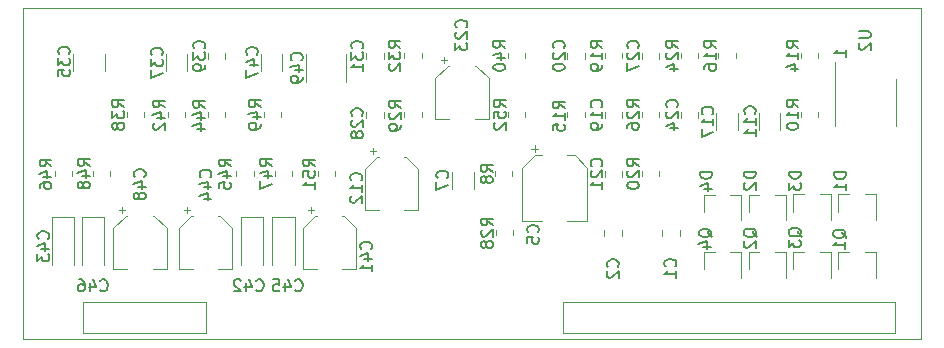
<source format=gbr>
%TF.GenerationSoftware,KiCad,Pcbnew,5.1.7-a382d34a8~87~ubuntu18.04.1*%
%TF.CreationDate,2020-10-31T20:21:00-04:00*%
%TF.ProjectId,DolbyS_NR_HIC,446f6c62-7953-45f4-9e52-5f4849432e6b,rev?*%
%TF.SameCoordinates,PXc65d400PY5d75c80*%
%TF.FileFunction,Legend,Bot*%
%TF.FilePolarity,Positive*%
%FSLAX46Y46*%
G04 Gerber Fmt 4.6, Leading zero omitted, Abs format (unit mm)*
G04 Created by KiCad (PCBNEW 5.1.7-a382d34a8~87~ubuntu18.04.1) date 2020-10-31 20:21:00*
%MOMM*%
%LPD*%
G01*
G04 APERTURE LIST*
%ADD10C,0.150000*%
%TA.AperFunction,Profile*%
%ADD11C,0.100000*%
%TD*%
%ADD12C,0.120000*%
G04 APERTURE END LIST*
D10*
X-6347620Y-3085714D02*
X-6347620Y-2514285D01*
X-6347620Y-2800000D02*
X-7347620Y-2800000D01*
X-7204762Y-2704761D01*
X-7109524Y-2609523D01*
X-7061905Y-2514285D01*
D11*
X-76000000Y-27000000D02*
X-76000000Y1000000D01*
X0Y-27000000D02*
X-76000000Y-27000000D01*
X0Y1000000D02*
X0Y-27000000D01*
X-76000000Y1000000D02*
X0Y1000000D01*
D12*
%TO.C,J1*%
X-70903500Y-23856500D02*
X-60570000Y-23856500D01*
X-70903500Y-26523500D02*
X-60553000Y-26523500D01*
X-2200000Y-23860000D02*
X-30263500Y-23856500D01*
X-30263500Y-26523500D02*
X-2200000Y-26520000D01*
X-30263500Y-23856500D02*
X-30263500Y-26523500D01*
X-60553000Y-23856500D02*
X-60553000Y-26523500D01*
X-70903500Y-23856500D02*
X-70903500Y-26523500D01*
X-2200000Y-23860000D02*
X-2200000Y-26520000D01*
%TO.C,C46*%
X-70985000Y-20762500D02*
X-70985000Y-16677500D01*
X-70985000Y-16677500D02*
X-69115000Y-16677500D01*
X-69115000Y-16677500D02*
X-69115000Y-20762500D01*
%TO.C,D1*%
X-6980000Y-14740000D02*
X-6050000Y-14740000D01*
X-3820000Y-14740000D02*
X-4750000Y-14740000D01*
X-3820000Y-14740000D02*
X-3820000Y-16900000D01*
X-6980000Y-14740000D02*
X-6980000Y-16200000D01*
%TO.C,D4*%
X-18380000Y-14762000D02*
X-17450000Y-14762000D01*
X-15220000Y-14762000D02*
X-16150000Y-14762000D01*
X-15220000Y-14762000D02*
X-15220000Y-16922000D01*
X-18380000Y-14762000D02*
X-18380000Y-16222000D01*
%TO.C,D3*%
X-10780000Y-14740000D02*
X-9850000Y-14740000D01*
X-7620000Y-14740000D02*
X-8550000Y-14740000D01*
X-7620000Y-14740000D02*
X-7620000Y-16900000D01*
X-10780000Y-14740000D02*
X-10780000Y-16200000D01*
%TO.C,D2*%
X-14580000Y-14762000D02*
X-13650000Y-14762000D01*
X-11420000Y-14762000D02*
X-12350000Y-14762000D01*
X-11420000Y-14762000D02*
X-11420000Y-16922000D01*
X-14580000Y-14762000D02*
X-14580000Y-16222000D01*
%TO.C,C47*%
X-55860000Y-2851248D02*
X-55860000Y-4273752D01*
X-54040000Y-2851248D02*
X-54040000Y-4273752D01*
%TO.C,C37*%
X-63910000Y-2851248D02*
X-63910000Y-4273752D01*
X-62090000Y-2851248D02*
X-62090000Y-4273752D01*
%TO.C,C12*%
X-42540000Y-16060000D02*
X-43740000Y-16060000D01*
X-47060000Y-16060000D02*
X-45860000Y-16060000D01*
X-47060000Y-12604437D02*
X-47060000Y-16060000D01*
X-42540000Y-12604437D02*
X-42540000Y-16060000D01*
X-43604437Y-11540000D02*
X-43740000Y-11540000D01*
X-45995563Y-11540000D02*
X-45860000Y-11540000D01*
X-45995563Y-11540000D02*
X-47060000Y-12604437D01*
X-43604437Y-11540000D02*
X-42540000Y-12604437D01*
X-46360000Y-10800000D02*
X-46360000Y-11300000D01*
X-46610000Y-11050000D02*
X-46110000Y-11050000D01*
%TO.C,U2*%
X-2113000Y-6967000D02*
X-2113000Y-8917000D01*
X-2113000Y-6967000D02*
X-2113000Y-5017000D01*
X-7233000Y-6967000D02*
X-7233000Y-8917000D01*
X-7233000Y-6967000D02*
X-7233000Y-3517000D01*
%TO.C,R52*%
X-34935000Y-7772936D02*
X-34935000Y-8227064D01*
X-33465000Y-7772936D02*
X-33465000Y-8227064D01*
%TO.C,R51*%
X-51035000Y-12772936D02*
X-51035000Y-13227064D01*
X-49565000Y-12772936D02*
X-49565000Y-13227064D01*
%TO.C,R49*%
X-55635000Y-7772936D02*
X-55635000Y-8227064D01*
X-54165000Y-7772936D02*
X-54165000Y-8227064D01*
%TO.C,R48*%
X-68625000Y-13227064D02*
X-68625000Y-12772936D01*
X-70095000Y-13227064D02*
X-70095000Y-12772936D01*
%TO.C,R47*%
X-53215000Y-13227064D02*
X-53215000Y-12772936D01*
X-54685000Y-13227064D02*
X-54685000Y-12772936D01*
%TO.C,R46*%
X-71865000Y-13227064D02*
X-71865000Y-12772936D01*
X-73335000Y-13227064D02*
X-73335000Y-12772936D01*
%TO.C,R45*%
X-57945000Y-12772936D02*
X-57945000Y-13227064D01*
X-56475000Y-12772936D02*
X-56475000Y-13227064D01*
%TO.C,R44*%
X-60335000Y-7772936D02*
X-60335000Y-8227064D01*
X-58865000Y-7772936D02*
X-58865000Y-8227064D01*
%TO.C,R42*%
X-63735000Y-7772936D02*
X-63735000Y-8227064D01*
X-62265000Y-7772936D02*
X-62265000Y-8227064D01*
%TO.C,R40*%
X-34935000Y-2772936D02*
X-34935000Y-3227064D01*
X-33465000Y-2772936D02*
X-33465000Y-3227064D01*
%TO.C,R38*%
X-65765000Y-8227064D02*
X-65765000Y-7772936D01*
X-67235000Y-8227064D02*
X-67235000Y-7772936D01*
%TO.C,R32*%
X-42265000Y-3227064D02*
X-42265000Y-2772936D01*
X-43735000Y-3227064D02*
X-43735000Y-2772936D01*
%TO.C,R29*%
X-42265000Y-8227064D02*
X-42265000Y-7772936D01*
X-43735000Y-8227064D02*
X-43735000Y-7772936D01*
%TO.C,R28*%
X-35985000Y-17772936D02*
X-35985000Y-18227064D01*
X-34515000Y-17772936D02*
X-34515000Y-18227064D01*
%TO.C,R26*%
X-22165000Y-8227064D02*
X-22165000Y-7772936D01*
X-23635000Y-8227064D02*
X-23635000Y-7772936D01*
%TO.C,R24*%
X-18865000Y-3227064D02*
X-18865000Y-2772936D01*
X-20335000Y-3227064D02*
X-20335000Y-2772936D01*
%TO.C,R20*%
X-23635000Y-12772936D02*
X-23635000Y-13227064D01*
X-22165000Y-12772936D02*
X-22165000Y-13227064D01*
%TO.C,R19*%
X-26735000Y-2772936D02*
X-26735000Y-3227064D01*
X-25265000Y-2772936D02*
X-25265000Y-3227064D01*
%TO.C,R16*%
X-17135000Y-2772936D02*
X-17135000Y-3227064D01*
X-15665000Y-2772936D02*
X-15665000Y-3227064D01*
%TO.C,R15*%
X-28465000Y-8227064D02*
X-28465000Y-7772936D01*
X-29935000Y-8227064D02*
X-29935000Y-7772936D01*
%TO.C,R14*%
X-10135000Y-2772936D02*
X-10135000Y-3227064D01*
X-8665000Y-2772936D02*
X-8665000Y-3227064D01*
%TO.C,R10*%
X-8665000Y-8227064D02*
X-8665000Y-7772936D01*
X-10135000Y-8227064D02*
X-10135000Y-7772936D01*
%TO.C,R8*%
X-36035000Y-12772936D02*
X-36035000Y-13227064D01*
X-34565000Y-12772936D02*
X-34565000Y-13227064D01*
%TO.C,Q4*%
X-18380000Y-19640000D02*
X-17450000Y-19640000D01*
X-15220000Y-19640000D02*
X-16150000Y-19640000D01*
X-15220000Y-19640000D02*
X-15220000Y-21800000D01*
X-18380000Y-19640000D02*
X-18380000Y-21100000D01*
%TO.C,Q3*%
X-10780000Y-19640000D02*
X-9850000Y-19640000D01*
X-7620000Y-19640000D02*
X-8550000Y-19640000D01*
X-7620000Y-19640000D02*
X-7620000Y-21800000D01*
X-10780000Y-19640000D02*
X-10780000Y-21100000D01*
%TO.C,Q2*%
X-14580000Y-19640000D02*
X-13650000Y-19640000D01*
X-11420000Y-19640000D02*
X-12350000Y-19640000D01*
X-11420000Y-19640000D02*
X-11420000Y-21800000D01*
X-14580000Y-19640000D02*
X-14580000Y-21100000D01*
%TO.C,Q1*%
X-6980000Y-19640000D02*
X-6050000Y-19640000D01*
X-3820000Y-19640000D02*
X-4750000Y-19640000D01*
X-3820000Y-19640000D02*
X-3820000Y-21800000D01*
X-6980000Y-19640000D02*
X-6980000Y-21100000D01*
%TO.C,C49*%
X-52060000Y-2888748D02*
X-52060000Y-5211252D01*
X-48640000Y-2888748D02*
X-48640000Y-5211252D01*
%TO.C,C48*%
X-63840000Y-21060000D02*
X-65040000Y-21060000D01*
X-68360000Y-21060000D02*
X-67160000Y-21060000D01*
X-68360000Y-17604437D02*
X-68360000Y-21060000D01*
X-63840000Y-17604437D02*
X-63840000Y-21060000D01*
X-64904437Y-16540000D02*
X-65040000Y-16540000D01*
X-67295563Y-16540000D02*
X-67160000Y-16540000D01*
X-67295563Y-16540000D02*
X-68360000Y-17604437D01*
X-64904437Y-16540000D02*
X-63840000Y-17604437D01*
X-67660000Y-15800000D02*
X-67660000Y-16300000D01*
X-67910000Y-16050000D02*
X-67410000Y-16050000D01*
%TO.C,C45*%
X-54885000Y-20762500D02*
X-54885000Y-16677500D01*
X-54885000Y-16677500D02*
X-53015000Y-16677500D01*
X-53015000Y-16677500D02*
X-53015000Y-20762500D01*
%TO.C,C44*%
X-58290000Y-21060000D02*
X-59490000Y-21060000D01*
X-62810000Y-21060000D02*
X-61610000Y-21060000D01*
X-62810000Y-17604437D02*
X-62810000Y-21060000D01*
X-58290000Y-17604437D02*
X-58290000Y-21060000D01*
X-59354437Y-16540000D02*
X-59490000Y-16540000D01*
X-61745563Y-16540000D02*
X-61610000Y-16540000D01*
X-61745563Y-16540000D02*
X-62810000Y-17604437D01*
X-59354437Y-16540000D02*
X-58290000Y-17604437D01*
X-62110000Y-15800000D02*
X-62110000Y-16300000D01*
X-62360000Y-16050000D02*
X-61860000Y-16050000D01*
%TO.C,C43*%
X-73535000Y-20762500D02*
X-73535000Y-16677500D01*
X-73535000Y-16677500D02*
X-71665000Y-16677500D01*
X-71665000Y-16677500D02*
X-71665000Y-20762500D01*
%TO.C,C42*%
X-57585000Y-20762500D02*
X-57585000Y-16677500D01*
X-57585000Y-16677500D02*
X-55715000Y-16677500D01*
X-55715000Y-16677500D02*
X-55715000Y-20762500D01*
%TO.C,C41*%
X-47790000Y-21060000D02*
X-48990000Y-21060000D01*
X-52310000Y-21060000D02*
X-51110000Y-21060000D01*
X-52310000Y-17604437D02*
X-52310000Y-21060000D01*
X-47790000Y-17604437D02*
X-47790000Y-21060000D01*
X-48854437Y-16540000D02*
X-48990000Y-16540000D01*
X-51245563Y-16540000D02*
X-51110000Y-16540000D01*
X-51245563Y-16540000D02*
X-52310000Y-17604437D01*
X-48854437Y-16540000D02*
X-47790000Y-17604437D01*
X-51610000Y-15800000D02*
X-51610000Y-16300000D01*
X-51860000Y-16050000D02*
X-51360000Y-16050000D01*
%TO.C,C39*%
X-60335000Y-2776248D02*
X-60335000Y-3298752D01*
X-58865000Y-2776248D02*
X-58865000Y-3298752D01*
%TO.C,C35*%
X-71760000Y-2851248D02*
X-71760000Y-4273752D01*
X-69040000Y-2851248D02*
X-69040000Y-4273752D01*
%TO.C,C31*%
X-46935000Y-2776248D02*
X-46935000Y-3298752D01*
X-45465000Y-2776248D02*
X-45465000Y-3298752D01*
%TO.C,C28*%
X-45465000Y-8298752D02*
X-45465000Y-7776248D01*
X-46935000Y-8298752D02*
X-46935000Y-7776248D01*
%TO.C,C27*%
X-22165000Y-3298752D02*
X-22165000Y-2776248D01*
X-23635000Y-3298752D02*
X-23635000Y-2776248D01*
%TO.C,C24*%
X-20335000Y-7776248D02*
X-20335000Y-8298752D01*
X-18865000Y-7776248D02*
X-18865000Y-8298752D01*
%TO.C,C23*%
X-36576000Y-8378000D02*
X-37776000Y-8378000D01*
X-41096000Y-8378000D02*
X-39896000Y-8378000D01*
X-41096000Y-4922437D02*
X-41096000Y-8378000D01*
X-36576000Y-4922437D02*
X-36576000Y-8378000D01*
X-37640437Y-3858000D02*
X-37776000Y-3858000D01*
X-40031563Y-3858000D02*
X-39896000Y-3858000D01*
X-40031563Y-3858000D02*
X-41096000Y-4922437D01*
X-37640437Y-3858000D02*
X-36576000Y-4922437D01*
X-40396000Y-3118000D02*
X-40396000Y-3618000D01*
X-40646000Y-3368000D02*
X-40146000Y-3368000D01*
%TO.C,C21*%
X-25265000Y-13298752D02*
X-25265000Y-12776248D01*
X-26735000Y-13298752D02*
X-26735000Y-12776248D01*
%TO.C,C20*%
X-28465000Y-3298752D02*
X-28465000Y-2776248D01*
X-29935000Y-3298752D02*
X-29935000Y-2776248D01*
%TO.C,C19*%
X-25265000Y-8298752D02*
X-25265000Y-7776248D01*
X-26735000Y-8298752D02*
X-26735000Y-7776248D01*
%TO.C,C17*%
X-15490000Y-9273752D02*
X-15490000Y-7851248D01*
X-17310000Y-9273752D02*
X-17310000Y-7851248D01*
%TO.C,C11*%
X-11890000Y-9273752D02*
X-11890000Y-7851248D01*
X-13710000Y-9273752D02*
X-13710000Y-7851248D01*
%TO.C,C7*%
X-39660000Y-12851248D02*
X-39660000Y-14273752D01*
X-37840000Y-12851248D02*
X-37840000Y-14273752D01*
%TO.C,C5*%
X-28240000Y-16960000D02*
X-29940000Y-16960000D01*
X-33760000Y-16960000D02*
X-32060000Y-16960000D01*
X-33760000Y-12504437D02*
X-33760000Y-16960000D01*
X-28240000Y-12504437D02*
X-28240000Y-16960000D01*
X-29304437Y-11440000D02*
X-29940000Y-11440000D01*
X-32695563Y-11440000D02*
X-32060000Y-11440000D01*
X-32695563Y-11440000D02*
X-33760000Y-12504437D01*
X-29304437Y-11440000D02*
X-28240000Y-12504437D01*
X-32685000Y-10575000D02*
X-32685000Y-11200000D01*
X-32997500Y-10887500D02*
X-32372500Y-10887500D01*
%TO.C,C2*%
X-25315000Y-18298752D02*
X-25315000Y-17776248D01*
X-26785000Y-18298752D02*
X-26785000Y-17776248D01*
%TO.C,C1*%
X-21885000Y-17776248D02*
X-21885000Y-18298752D01*
X-20415000Y-17776248D02*
X-20415000Y-18298752D01*
%TD*%
%TO.C,C46*%
D10*
X-69457143Y-22857142D02*
X-69409524Y-22904761D01*
X-69266667Y-22952380D01*
X-69171429Y-22952380D01*
X-69028572Y-22904761D01*
X-68933334Y-22809523D01*
X-68885715Y-22714285D01*
X-68838096Y-22523809D01*
X-68838096Y-22380952D01*
X-68885715Y-22190476D01*
X-68933334Y-22095238D01*
X-69028572Y-22000000D01*
X-69171429Y-21952380D01*
X-69266667Y-21952380D01*
X-69409524Y-22000000D01*
X-69457143Y-22047619D01*
X-70314286Y-22285714D02*
X-70314286Y-22952380D01*
X-70076191Y-21904761D02*
X-69838096Y-22619047D01*
X-70457143Y-22619047D01*
X-71266667Y-21952380D02*
X-71076191Y-21952380D01*
X-70980953Y-22000000D01*
X-70933334Y-22047619D01*
X-70838096Y-22190476D01*
X-70790477Y-22380952D01*
X-70790477Y-22761904D01*
X-70838096Y-22857142D01*
X-70885715Y-22904761D01*
X-70980953Y-22952380D01*
X-71171429Y-22952380D01*
X-71266667Y-22904761D01*
X-71314286Y-22857142D01*
X-71361905Y-22761904D01*
X-71361905Y-22523809D01*
X-71314286Y-22428571D01*
X-71266667Y-22380952D01*
X-71171429Y-22333333D01*
X-70980953Y-22333333D01*
X-70885715Y-22380952D01*
X-70838096Y-22428571D01*
X-70790477Y-22523809D01*
%TO.C,D1*%
X-6343620Y-12879904D02*
X-7343620Y-12879904D01*
X-7343620Y-13118000D01*
X-7296000Y-13260857D01*
X-7200762Y-13356095D01*
X-7105524Y-13403714D01*
X-6915048Y-13451333D01*
X-6772191Y-13451333D01*
X-6581715Y-13403714D01*
X-6486477Y-13356095D01*
X-6391239Y-13260857D01*
X-6343620Y-13118000D01*
X-6343620Y-12879904D01*
X-6343620Y-14403714D02*
X-6343620Y-13832285D01*
X-6343620Y-14118000D02*
X-7343620Y-14118000D01*
X-7200762Y-14022761D01*
X-7105524Y-13927523D01*
X-7057905Y-13832285D01*
%TO.C,D4*%
X-17669620Y-12871904D02*
X-18669620Y-12871904D01*
X-18669620Y-13110000D01*
X-18622000Y-13252857D01*
X-18526762Y-13348095D01*
X-18431524Y-13395714D01*
X-18241048Y-13443333D01*
X-18098191Y-13443333D01*
X-17907715Y-13395714D01*
X-17812477Y-13348095D01*
X-17717239Y-13252857D01*
X-17669620Y-13110000D01*
X-17669620Y-12871904D01*
X-18336286Y-14300476D02*
X-17669620Y-14300476D01*
X-18717239Y-14062380D02*
X-18002953Y-13824285D01*
X-18002953Y-14443333D01*
%TO.C,D3*%
X-10135620Y-12839904D02*
X-11135620Y-12839904D01*
X-11135620Y-13078000D01*
X-11088000Y-13220857D01*
X-10992762Y-13316095D01*
X-10897524Y-13363714D01*
X-10707048Y-13411333D01*
X-10564191Y-13411333D01*
X-10373715Y-13363714D01*
X-10278477Y-13316095D01*
X-10183239Y-13220857D01*
X-10135620Y-13078000D01*
X-10135620Y-12839904D01*
X-11135620Y-13744666D02*
X-11135620Y-14363714D01*
X-10754667Y-14030380D01*
X-10754667Y-14173238D01*
X-10707048Y-14268476D01*
X-10659429Y-14316095D01*
X-10564191Y-14363714D01*
X-10326096Y-14363714D01*
X-10230858Y-14316095D01*
X-10183239Y-14268476D01*
X-10135620Y-14173238D01*
X-10135620Y-13887523D01*
X-10183239Y-13792285D01*
X-10230858Y-13744666D01*
%TO.C,D2*%
X-13967620Y-12821904D02*
X-14967620Y-12821904D01*
X-14967620Y-13060000D01*
X-14920000Y-13202857D01*
X-14824762Y-13298095D01*
X-14729524Y-13345714D01*
X-14539048Y-13393333D01*
X-14396191Y-13393333D01*
X-14205715Y-13345714D01*
X-14110477Y-13298095D01*
X-14015239Y-13202857D01*
X-13967620Y-13060000D01*
X-13967620Y-12821904D01*
X-14872381Y-13774285D02*
X-14920000Y-13821904D01*
X-14967620Y-13917142D01*
X-14967620Y-14155238D01*
X-14920000Y-14250476D01*
X-14872381Y-14298095D01*
X-14777143Y-14345714D01*
X-14681905Y-14345714D01*
X-14539048Y-14298095D01*
X-13967620Y-13726666D01*
X-13967620Y-14345714D01*
%TO.C,C47*%
X-56212858Y-2907142D02*
X-56165239Y-2859523D01*
X-56117620Y-2716666D01*
X-56117620Y-2621428D01*
X-56165239Y-2478571D01*
X-56260477Y-2383333D01*
X-56355715Y-2335714D01*
X-56546191Y-2288095D01*
X-56689048Y-2288095D01*
X-56879524Y-2335714D01*
X-56974762Y-2383333D01*
X-57070000Y-2478571D01*
X-57117620Y-2621428D01*
X-57117620Y-2716666D01*
X-57070000Y-2859523D01*
X-57022381Y-2907142D01*
X-56784286Y-3764285D02*
X-56117620Y-3764285D01*
X-57165239Y-3526190D02*
X-56450953Y-3288095D01*
X-56450953Y-3907142D01*
X-57117620Y-4192857D02*
X-57117620Y-4859523D01*
X-56117620Y-4430952D01*
%TO.C,C37*%
X-64272858Y-2937142D02*
X-64225239Y-2889523D01*
X-64177620Y-2746666D01*
X-64177620Y-2651428D01*
X-64225239Y-2508571D01*
X-64320477Y-2413333D01*
X-64415715Y-2365714D01*
X-64606191Y-2318095D01*
X-64749048Y-2318095D01*
X-64939524Y-2365714D01*
X-65034762Y-2413333D01*
X-65130000Y-2508571D01*
X-65177620Y-2651428D01*
X-65177620Y-2746666D01*
X-65130000Y-2889523D01*
X-65082381Y-2937142D01*
X-65177620Y-3270476D02*
X-65177620Y-3889523D01*
X-64796667Y-3556190D01*
X-64796667Y-3699047D01*
X-64749048Y-3794285D01*
X-64701429Y-3841904D01*
X-64606191Y-3889523D01*
X-64368096Y-3889523D01*
X-64272858Y-3841904D01*
X-64225239Y-3794285D01*
X-64177620Y-3699047D01*
X-64177620Y-3413333D01*
X-64225239Y-3318095D01*
X-64272858Y-3270476D01*
X-65177620Y-4222857D02*
X-65177620Y-4889523D01*
X-64177620Y-4460952D01*
%TO.C,C12*%
X-47392858Y-13557142D02*
X-47345239Y-13509523D01*
X-47297620Y-13366666D01*
X-47297620Y-13271428D01*
X-47345239Y-13128571D01*
X-47440477Y-13033333D01*
X-47535715Y-12985714D01*
X-47726191Y-12938095D01*
X-47869048Y-12938095D01*
X-48059524Y-12985714D01*
X-48154762Y-13033333D01*
X-48250000Y-13128571D01*
X-48297620Y-13271428D01*
X-48297620Y-13366666D01*
X-48250000Y-13509523D01*
X-48202381Y-13557142D01*
X-47297620Y-14509523D02*
X-47297620Y-13938095D01*
X-47297620Y-14223809D02*
X-48297620Y-14223809D01*
X-48154762Y-14128571D01*
X-48059524Y-14033333D01*
X-48011905Y-13938095D01*
X-48202381Y-14890476D02*
X-48250000Y-14938095D01*
X-48297620Y-15033333D01*
X-48297620Y-15271428D01*
X-48250000Y-15366666D01*
X-48202381Y-15414285D01*
X-48107143Y-15461904D01*
X-48011905Y-15461904D01*
X-47869048Y-15414285D01*
X-47297620Y-14842857D01*
X-47297620Y-15461904D01*
%TO.C,U2*%
X-5247620Y-938095D02*
X-4438096Y-938095D01*
X-4342858Y-985714D01*
X-4295239Y-1033333D01*
X-4247620Y-1128571D01*
X-4247620Y-1319047D01*
X-4295239Y-1414285D01*
X-4342858Y-1461904D01*
X-4438096Y-1509523D01*
X-5247620Y-1509523D01*
X-5152381Y-1938095D02*
X-5200000Y-1985714D01*
X-5247620Y-2080952D01*
X-5247620Y-2319047D01*
X-5200000Y-2414285D01*
X-5152381Y-2461904D01*
X-5057143Y-2509523D01*
X-4961905Y-2509523D01*
X-4819048Y-2461904D01*
X-4247620Y-1890476D01*
X-4247620Y-2509523D01*
%TO.C,R52*%
X-35147620Y-7357142D02*
X-35623810Y-7023809D01*
X-35147620Y-6785714D02*
X-36147620Y-6785714D01*
X-36147620Y-7166666D01*
X-36100000Y-7261904D01*
X-36052381Y-7309523D01*
X-35957143Y-7357142D01*
X-35814286Y-7357142D01*
X-35719048Y-7309523D01*
X-35671429Y-7261904D01*
X-35623810Y-7166666D01*
X-35623810Y-6785714D01*
X-36147620Y-8261904D02*
X-36147620Y-7785714D01*
X-35671429Y-7738095D01*
X-35719048Y-7785714D01*
X-35766667Y-7880952D01*
X-35766667Y-8119047D01*
X-35719048Y-8214285D01*
X-35671429Y-8261904D01*
X-35576191Y-8309523D01*
X-35338096Y-8309523D01*
X-35242858Y-8261904D01*
X-35195239Y-8214285D01*
X-35147620Y-8119047D01*
X-35147620Y-7880952D01*
X-35195239Y-7785714D01*
X-35242858Y-7738095D01*
X-36052381Y-8690476D02*
X-36100000Y-8738095D01*
X-36147620Y-8833333D01*
X-36147620Y-9071428D01*
X-36100000Y-9166666D01*
X-36052381Y-9214285D01*
X-35957143Y-9261904D01*
X-35861905Y-9261904D01*
X-35719048Y-9214285D01*
X-35147620Y-8642857D01*
X-35147620Y-9261904D01*
%TO.C,R51*%
X-51287620Y-12367142D02*
X-51763810Y-12033809D01*
X-51287620Y-11795714D02*
X-52287620Y-11795714D01*
X-52287620Y-12176666D01*
X-52240000Y-12271904D01*
X-52192381Y-12319523D01*
X-52097143Y-12367142D01*
X-51954286Y-12367142D01*
X-51859048Y-12319523D01*
X-51811429Y-12271904D01*
X-51763810Y-12176666D01*
X-51763810Y-11795714D01*
X-52287620Y-13271904D02*
X-52287620Y-12795714D01*
X-51811429Y-12748095D01*
X-51859048Y-12795714D01*
X-51906667Y-12890952D01*
X-51906667Y-13129047D01*
X-51859048Y-13224285D01*
X-51811429Y-13271904D01*
X-51716191Y-13319523D01*
X-51478096Y-13319523D01*
X-51382858Y-13271904D01*
X-51335239Y-13224285D01*
X-51287620Y-13129047D01*
X-51287620Y-12890952D01*
X-51335239Y-12795714D01*
X-51382858Y-12748095D01*
X-51287620Y-14271904D02*
X-51287620Y-13700476D01*
X-51287620Y-13986190D02*
X-52287620Y-13986190D01*
X-52144762Y-13890952D01*
X-52049524Y-13795714D01*
X-52001905Y-13700476D01*
%TO.C,R49*%
X-55877620Y-7357142D02*
X-56353810Y-7023809D01*
X-55877620Y-6785714D02*
X-56877620Y-6785714D01*
X-56877620Y-7166666D01*
X-56830000Y-7261904D01*
X-56782381Y-7309523D01*
X-56687143Y-7357142D01*
X-56544286Y-7357142D01*
X-56449048Y-7309523D01*
X-56401429Y-7261904D01*
X-56353810Y-7166666D01*
X-56353810Y-6785714D01*
X-56544286Y-8214285D02*
X-55877620Y-8214285D01*
X-56925239Y-7976190D02*
X-56210953Y-7738095D01*
X-56210953Y-8357142D01*
X-55877620Y-8785714D02*
X-55877620Y-8976190D01*
X-55925239Y-9071428D01*
X-55972858Y-9119047D01*
X-56115715Y-9214285D01*
X-56306191Y-9261904D01*
X-56687143Y-9261904D01*
X-56782381Y-9214285D01*
X-56830000Y-9166666D01*
X-56877620Y-9071428D01*
X-56877620Y-8880952D01*
X-56830000Y-8785714D01*
X-56782381Y-8738095D01*
X-56687143Y-8690476D01*
X-56449048Y-8690476D01*
X-56353810Y-8738095D01*
X-56306191Y-8785714D01*
X-56258572Y-8880952D01*
X-56258572Y-9071428D01*
X-56306191Y-9166666D01*
X-56353810Y-9214285D01*
X-56449048Y-9261904D01*
%TO.C,R48*%
X-70357620Y-12327142D02*
X-70833810Y-11993809D01*
X-70357620Y-11755714D02*
X-71357620Y-11755714D01*
X-71357620Y-12136666D01*
X-71310000Y-12231904D01*
X-71262381Y-12279523D01*
X-71167143Y-12327142D01*
X-71024286Y-12327142D01*
X-70929048Y-12279523D01*
X-70881429Y-12231904D01*
X-70833810Y-12136666D01*
X-70833810Y-11755714D01*
X-71024286Y-13184285D02*
X-70357620Y-13184285D01*
X-71405239Y-12946190D02*
X-70690953Y-12708095D01*
X-70690953Y-13327142D01*
X-70929048Y-13850952D02*
X-70976667Y-13755714D01*
X-71024286Y-13708095D01*
X-71119524Y-13660476D01*
X-71167143Y-13660476D01*
X-71262381Y-13708095D01*
X-71310000Y-13755714D01*
X-71357620Y-13850952D01*
X-71357620Y-14041428D01*
X-71310000Y-14136666D01*
X-71262381Y-14184285D01*
X-71167143Y-14231904D01*
X-71119524Y-14231904D01*
X-71024286Y-14184285D01*
X-70976667Y-14136666D01*
X-70929048Y-14041428D01*
X-70929048Y-13850952D01*
X-70881429Y-13755714D01*
X-70833810Y-13708095D01*
X-70738572Y-13660476D01*
X-70548096Y-13660476D01*
X-70452858Y-13708095D01*
X-70405239Y-13755714D01*
X-70357620Y-13850952D01*
X-70357620Y-14041428D01*
X-70405239Y-14136666D01*
X-70452858Y-14184285D01*
X-70548096Y-14231904D01*
X-70738572Y-14231904D01*
X-70833810Y-14184285D01*
X-70881429Y-14136666D01*
X-70929048Y-14041428D01*
%TO.C,R47*%
X-54927620Y-12357142D02*
X-55403810Y-12023809D01*
X-54927620Y-11785714D02*
X-55927620Y-11785714D01*
X-55927620Y-12166666D01*
X-55880000Y-12261904D01*
X-55832381Y-12309523D01*
X-55737143Y-12357142D01*
X-55594286Y-12357142D01*
X-55499048Y-12309523D01*
X-55451429Y-12261904D01*
X-55403810Y-12166666D01*
X-55403810Y-11785714D01*
X-55594286Y-13214285D02*
X-54927620Y-13214285D01*
X-55975239Y-12976190D02*
X-55260953Y-12738095D01*
X-55260953Y-13357142D01*
X-55927620Y-13642857D02*
X-55927620Y-14309523D01*
X-54927620Y-13880952D01*
%TO.C,R46*%
X-73607620Y-12377142D02*
X-74083810Y-12043809D01*
X-73607620Y-11805714D02*
X-74607620Y-11805714D01*
X-74607620Y-12186666D01*
X-74560000Y-12281904D01*
X-74512381Y-12329523D01*
X-74417143Y-12377142D01*
X-74274286Y-12377142D01*
X-74179048Y-12329523D01*
X-74131429Y-12281904D01*
X-74083810Y-12186666D01*
X-74083810Y-11805714D01*
X-74274286Y-13234285D02*
X-73607620Y-13234285D01*
X-74655239Y-12996190D02*
X-73940953Y-12758095D01*
X-73940953Y-13377142D01*
X-74607620Y-14186666D02*
X-74607620Y-13996190D01*
X-74560000Y-13900952D01*
X-74512381Y-13853333D01*
X-74369524Y-13758095D01*
X-74179048Y-13710476D01*
X-73798096Y-13710476D01*
X-73702858Y-13758095D01*
X-73655239Y-13805714D01*
X-73607620Y-13900952D01*
X-73607620Y-14091428D01*
X-73655239Y-14186666D01*
X-73702858Y-14234285D01*
X-73798096Y-14281904D01*
X-74036191Y-14281904D01*
X-74131429Y-14234285D01*
X-74179048Y-14186666D01*
X-74226667Y-14091428D01*
X-74226667Y-13900952D01*
X-74179048Y-13805714D01*
X-74131429Y-13758095D01*
X-74036191Y-13710476D01*
%TO.C,R45*%
X-58409620Y-12367142D02*
X-58885810Y-12033809D01*
X-58409620Y-11795714D02*
X-59409620Y-11795714D01*
X-59409620Y-12176666D01*
X-59362000Y-12271904D01*
X-59314381Y-12319523D01*
X-59219143Y-12367142D01*
X-59076286Y-12367142D01*
X-58981048Y-12319523D01*
X-58933429Y-12271904D01*
X-58885810Y-12176666D01*
X-58885810Y-11795714D01*
X-59076286Y-13224285D02*
X-58409620Y-13224285D01*
X-59457239Y-12986190D02*
X-58742953Y-12748095D01*
X-58742953Y-13367142D01*
X-59409620Y-14224285D02*
X-59409620Y-13748095D01*
X-58933429Y-13700476D01*
X-58981048Y-13748095D01*
X-59028667Y-13843333D01*
X-59028667Y-14081428D01*
X-58981048Y-14176666D01*
X-58933429Y-14224285D01*
X-58838191Y-14271904D01*
X-58600096Y-14271904D01*
X-58504858Y-14224285D01*
X-58457239Y-14176666D01*
X-58409620Y-14081428D01*
X-58409620Y-13843333D01*
X-58457239Y-13748095D01*
X-58504858Y-13700476D01*
%TO.C,R44*%
X-60617620Y-7407142D02*
X-61093810Y-7073809D01*
X-60617620Y-6835714D02*
X-61617620Y-6835714D01*
X-61617620Y-7216666D01*
X-61570000Y-7311904D01*
X-61522381Y-7359523D01*
X-61427143Y-7407142D01*
X-61284286Y-7407142D01*
X-61189048Y-7359523D01*
X-61141429Y-7311904D01*
X-61093810Y-7216666D01*
X-61093810Y-6835714D01*
X-61284286Y-8264285D02*
X-60617620Y-8264285D01*
X-61665239Y-8026190D02*
X-60950953Y-7788095D01*
X-60950953Y-8407142D01*
X-61284286Y-9216666D02*
X-60617620Y-9216666D01*
X-61665239Y-8978571D02*
X-60950953Y-8740476D01*
X-60950953Y-9359523D01*
%TO.C,R42*%
X-63997620Y-7387142D02*
X-64473810Y-7053809D01*
X-63997620Y-6815714D02*
X-64997620Y-6815714D01*
X-64997620Y-7196666D01*
X-64950000Y-7291904D01*
X-64902381Y-7339523D01*
X-64807143Y-7387142D01*
X-64664286Y-7387142D01*
X-64569048Y-7339523D01*
X-64521429Y-7291904D01*
X-64473810Y-7196666D01*
X-64473810Y-6815714D01*
X-64664286Y-8244285D02*
X-63997620Y-8244285D01*
X-65045239Y-8006190D02*
X-64330953Y-7768095D01*
X-64330953Y-8387142D01*
X-64902381Y-8720476D02*
X-64950000Y-8768095D01*
X-64997620Y-8863333D01*
X-64997620Y-9101428D01*
X-64950000Y-9196666D01*
X-64902381Y-9244285D01*
X-64807143Y-9291904D01*
X-64711905Y-9291904D01*
X-64569048Y-9244285D01*
X-63997620Y-8672857D01*
X-63997620Y-9291904D01*
%TO.C,R40*%
X-35177620Y-2357142D02*
X-35653810Y-2023809D01*
X-35177620Y-1785714D02*
X-36177620Y-1785714D01*
X-36177620Y-2166666D01*
X-36130000Y-2261904D01*
X-36082381Y-2309523D01*
X-35987143Y-2357142D01*
X-35844286Y-2357142D01*
X-35749048Y-2309523D01*
X-35701429Y-2261904D01*
X-35653810Y-2166666D01*
X-35653810Y-1785714D01*
X-35844286Y-3214285D02*
X-35177620Y-3214285D01*
X-36225239Y-2976190D02*
X-35510953Y-2738095D01*
X-35510953Y-3357142D01*
X-36177620Y-3928571D02*
X-36177620Y-4023809D01*
X-36130000Y-4119047D01*
X-36082381Y-4166666D01*
X-35987143Y-4214285D01*
X-35796667Y-4261904D01*
X-35558572Y-4261904D01*
X-35368096Y-4214285D01*
X-35272858Y-4166666D01*
X-35225239Y-4119047D01*
X-35177620Y-4023809D01*
X-35177620Y-3928571D01*
X-35225239Y-3833333D01*
X-35272858Y-3785714D01*
X-35368096Y-3738095D01*
X-35558572Y-3690476D01*
X-35796667Y-3690476D01*
X-35987143Y-3738095D01*
X-36082381Y-3785714D01*
X-36130000Y-3833333D01*
X-36177620Y-3928571D01*
%TO.C,R38*%
X-67447620Y-7357142D02*
X-67923810Y-7023809D01*
X-67447620Y-6785714D02*
X-68447620Y-6785714D01*
X-68447620Y-7166666D01*
X-68400000Y-7261904D01*
X-68352381Y-7309523D01*
X-68257143Y-7357142D01*
X-68114286Y-7357142D01*
X-68019048Y-7309523D01*
X-67971429Y-7261904D01*
X-67923810Y-7166666D01*
X-67923810Y-6785714D01*
X-68447620Y-7690476D02*
X-68447620Y-8309523D01*
X-68066667Y-7976190D01*
X-68066667Y-8119047D01*
X-68019048Y-8214285D01*
X-67971429Y-8261904D01*
X-67876191Y-8309523D01*
X-67638096Y-8309523D01*
X-67542858Y-8261904D01*
X-67495239Y-8214285D01*
X-67447620Y-8119047D01*
X-67447620Y-7833333D01*
X-67495239Y-7738095D01*
X-67542858Y-7690476D01*
X-68019048Y-8880952D02*
X-68066667Y-8785714D01*
X-68114286Y-8738095D01*
X-68209524Y-8690476D01*
X-68257143Y-8690476D01*
X-68352381Y-8738095D01*
X-68400000Y-8785714D01*
X-68447620Y-8880952D01*
X-68447620Y-9071428D01*
X-68400000Y-9166666D01*
X-68352381Y-9214285D01*
X-68257143Y-9261904D01*
X-68209524Y-9261904D01*
X-68114286Y-9214285D01*
X-68066667Y-9166666D01*
X-68019048Y-9071428D01*
X-68019048Y-8880952D01*
X-67971429Y-8785714D01*
X-67923810Y-8738095D01*
X-67828572Y-8690476D01*
X-67638096Y-8690476D01*
X-67542858Y-8738095D01*
X-67495239Y-8785714D01*
X-67447620Y-8880952D01*
X-67447620Y-9071428D01*
X-67495239Y-9166666D01*
X-67542858Y-9214285D01*
X-67638096Y-9261904D01*
X-67828572Y-9261904D01*
X-67923810Y-9214285D01*
X-67971429Y-9166666D01*
X-68019048Y-9071428D01*
%TO.C,R32*%
X-44047620Y-2357142D02*
X-44523810Y-2023809D01*
X-44047620Y-1785714D02*
X-45047620Y-1785714D01*
X-45047620Y-2166666D01*
X-45000000Y-2261904D01*
X-44952381Y-2309523D01*
X-44857143Y-2357142D01*
X-44714286Y-2357142D01*
X-44619048Y-2309523D01*
X-44571429Y-2261904D01*
X-44523810Y-2166666D01*
X-44523810Y-1785714D01*
X-45047620Y-2690476D02*
X-45047620Y-3309523D01*
X-44666667Y-2976190D01*
X-44666667Y-3119047D01*
X-44619048Y-3214285D01*
X-44571429Y-3261904D01*
X-44476191Y-3309523D01*
X-44238096Y-3309523D01*
X-44142858Y-3261904D01*
X-44095239Y-3214285D01*
X-44047620Y-3119047D01*
X-44047620Y-2833333D01*
X-44095239Y-2738095D01*
X-44142858Y-2690476D01*
X-44952381Y-3690476D02*
X-45000000Y-3738095D01*
X-45047620Y-3833333D01*
X-45047620Y-4071428D01*
X-45000000Y-4166666D01*
X-44952381Y-4214285D01*
X-44857143Y-4261904D01*
X-44761905Y-4261904D01*
X-44619048Y-4214285D01*
X-44047620Y-3642857D01*
X-44047620Y-4261904D01*
%TO.C,R29*%
X-43997620Y-7437142D02*
X-44473810Y-7103809D01*
X-43997620Y-6865714D02*
X-44997620Y-6865714D01*
X-44997620Y-7246666D01*
X-44950000Y-7341904D01*
X-44902381Y-7389523D01*
X-44807143Y-7437142D01*
X-44664286Y-7437142D01*
X-44569048Y-7389523D01*
X-44521429Y-7341904D01*
X-44473810Y-7246666D01*
X-44473810Y-6865714D01*
X-44902381Y-7818095D02*
X-44950000Y-7865714D01*
X-44997620Y-7960952D01*
X-44997620Y-8199047D01*
X-44950000Y-8294285D01*
X-44902381Y-8341904D01*
X-44807143Y-8389523D01*
X-44711905Y-8389523D01*
X-44569048Y-8341904D01*
X-43997620Y-7770476D01*
X-43997620Y-8389523D01*
X-43997620Y-8865714D02*
X-43997620Y-9056190D01*
X-44045239Y-9151428D01*
X-44092858Y-9199047D01*
X-44235715Y-9294285D01*
X-44426191Y-9341904D01*
X-44807143Y-9341904D01*
X-44902381Y-9294285D01*
X-44950000Y-9246666D01*
X-44997620Y-9151428D01*
X-44997620Y-8960952D01*
X-44950000Y-8865714D01*
X-44902381Y-8818095D01*
X-44807143Y-8770476D01*
X-44569048Y-8770476D01*
X-44473810Y-8818095D01*
X-44426191Y-8865714D01*
X-44378572Y-8960952D01*
X-44378572Y-9151428D01*
X-44426191Y-9246666D01*
X-44473810Y-9294285D01*
X-44569048Y-9341904D01*
%TO.C,R28*%
X-36227620Y-17367142D02*
X-36703810Y-17033809D01*
X-36227620Y-16795714D02*
X-37227620Y-16795714D01*
X-37227620Y-17176666D01*
X-37180000Y-17271904D01*
X-37132381Y-17319523D01*
X-37037143Y-17367142D01*
X-36894286Y-17367142D01*
X-36799048Y-17319523D01*
X-36751429Y-17271904D01*
X-36703810Y-17176666D01*
X-36703810Y-16795714D01*
X-37132381Y-17748095D02*
X-37180000Y-17795714D01*
X-37227620Y-17890952D01*
X-37227620Y-18129047D01*
X-37180000Y-18224285D01*
X-37132381Y-18271904D01*
X-37037143Y-18319523D01*
X-36941905Y-18319523D01*
X-36799048Y-18271904D01*
X-36227620Y-17700476D01*
X-36227620Y-18319523D01*
X-36799048Y-18890952D02*
X-36846667Y-18795714D01*
X-36894286Y-18748095D01*
X-36989524Y-18700476D01*
X-37037143Y-18700476D01*
X-37132381Y-18748095D01*
X-37180000Y-18795714D01*
X-37227620Y-18890952D01*
X-37227620Y-19081428D01*
X-37180000Y-19176666D01*
X-37132381Y-19224285D01*
X-37037143Y-19271904D01*
X-36989524Y-19271904D01*
X-36894286Y-19224285D01*
X-36846667Y-19176666D01*
X-36799048Y-19081428D01*
X-36799048Y-18890952D01*
X-36751429Y-18795714D01*
X-36703810Y-18748095D01*
X-36608572Y-18700476D01*
X-36418096Y-18700476D01*
X-36322858Y-18748095D01*
X-36275239Y-18795714D01*
X-36227620Y-18890952D01*
X-36227620Y-19081428D01*
X-36275239Y-19176666D01*
X-36322858Y-19224285D01*
X-36418096Y-19271904D01*
X-36608572Y-19271904D01*
X-36703810Y-19224285D01*
X-36751429Y-19176666D01*
X-36799048Y-19081428D01*
%TO.C,R26*%
X-23847620Y-7357142D02*
X-24323810Y-7023809D01*
X-23847620Y-6785714D02*
X-24847620Y-6785714D01*
X-24847620Y-7166666D01*
X-24800000Y-7261904D01*
X-24752381Y-7309523D01*
X-24657143Y-7357142D01*
X-24514286Y-7357142D01*
X-24419048Y-7309523D01*
X-24371429Y-7261904D01*
X-24323810Y-7166666D01*
X-24323810Y-6785714D01*
X-24752381Y-7738095D02*
X-24800000Y-7785714D01*
X-24847620Y-7880952D01*
X-24847620Y-8119047D01*
X-24800000Y-8214285D01*
X-24752381Y-8261904D01*
X-24657143Y-8309523D01*
X-24561905Y-8309523D01*
X-24419048Y-8261904D01*
X-23847620Y-7690476D01*
X-23847620Y-8309523D01*
X-24847620Y-9166666D02*
X-24847620Y-8976190D01*
X-24800000Y-8880952D01*
X-24752381Y-8833333D01*
X-24609524Y-8738095D01*
X-24419048Y-8690476D01*
X-24038096Y-8690476D01*
X-23942858Y-8738095D01*
X-23895239Y-8785714D01*
X-23847620Y-8880952D01*
X-23847620Y-9071428D01*
X-23895239Y-9166666D01*
X-23942858Y-9214285D01*
X-24038096Y-9261904D01*
X-24276191Y-9261904D01*
X-24371429Y-9214285D01*
X-24419048Y-9166666D01*
X-24466667Y-9071428D01*
X-24466667Y-8880952D01*
X-24419048Y-8785714D01*
X-24371429Y-8738095D01*
X-24276191Y-8690476D01*
%TO.C,R24*%
X-20547620Y-2357142D02*
X-21023810Y-2023809D01*
X-20547620Y-1785714D02*
X-21547620Y-1785714D01*
X-21547620Y-2166666D01*
X-21500000Y-2261904D01*
X-21452381Y-2309523D01*
X-21357143Y-2357142D01*
X-21214286Y-2357142D01*
X-21119048Y-2309523D01*
X-21071429Y-2261904D01*
X-21023810Y-2166666D01*
X-21023810Y-1785714D01*
X-21452381Y-2738095D02*
X-21500000Y-2785714D01*
X-21547620Y-2880952D01*
X-21547620Y-3119047D01*
X-21500000Y-3214285D01*
X-21452381Y-3261904D01*
X-21357143Y-3309523D01*
X-21261905Y-3309523D01*
X-21119048Y-3261904D01*
X-20547620Y-2690476D01*
X-20547620Y-3309523D01*
X-21214286Y-4166666D02*
X-20547620Y-4166666D01*
X-21595239Y-3928571D02*
X-20880953Y-3690476D01*
X-20880953Y-4309523D01*
%TO.C,R20*%
X-23847620Y-12357142D02*
X-24323810Y-12023809D01*
X-23847620Y-11785714D02*
X-24847620Y-11785714D01*
X-24847620Y-12166666D01*
X-24800000Y-12261904D01*
X-24752381Y-12309523D01*
X-24657143Y-12357142D01*
X-24514286Y-12357142D01*
X-24419048Y-12309523D01*
X-24371429Y-12261904D01*
X-24323810Y-12166666D01*
X-24323810Y-11785714D01*
X-24752381Y-12738095D02*
X-24800000Y-12785714D01*
X-24847620Y-12880952D01*
X-24847620Y-13119047D01*
X-24800000Y-13214285D01*
X-24752381Y-13261904D01*
X-24657143Y-13309523D01*
X-24561905Y-13309523D01*
X-24419048Y-13261904D01*
X-23847620Y-12690476D01*
X-23847620Y-13309523D01*
X-24847620Y-13928571D02*
X-24847620Y-14023809D01*
X-24800000Y-14119047D01*
X-24752381Y-14166666D01*
X-24657143Y-14214285D01*
X-24466667Y-14261904D01*
X-24228572Y-14261904D01*
X-24038096Y-14214285D01*
X-23942858Y-14166666D01*
X-23895239Y-14119047D01*
X-23847620Y-14023809D01*
X-23847620Y-13928571D01*
X-23895239Y-13833333D01*
X-23942858Y-13785714D01*
X-24038096Y-13738095D01*
X-24228572Y-13690476D01*
X-24466667Y-13690476D01*
X-24657143Y-13738095D01*
X-24752381Y-13785714D01*
X-24800000Y-13833333D01*
X-24847620Y-13928571D01*
%TO.C,R19*%
X-26947620Y-2357142D02*
X-27423810Y-2023809D01*
X-26947620Y-1785714D02*
X-27947620Y-1785714D01*
X-27947620Y-2166666D01*
X-27900000Y-2261904D01*
X-27852381Y-2309523D01*
X-27757143Y-2357142D01*
X-27614286Y-2357142D01*
X-27519048Y-2309523D01*
X-27471429Y-2261904D01*
X-27423810Y-2166666D01*
X-27423810Y-1785714D01*
X-26947620Y-3309523D02*
X-26947620Y-2738095D01*
X-26947620Y-3023809D02*
X-27947620Y-3023809D01*
X-27804762Y-2928571D01*
X-27709524Y-2833333D01*
X-27661905Y-2738095D01*
X-26947620Y-3785714D02*
X-26947620Y-3976190D01*
X-26995239Y-4071428D01*
X-27042858Y-4119047D01*
X-27185715Y-4214285D01*
X-27376191Y-4261904D01*
X-27757143Y-4261904D01*
X-27852381Y-4214285D01*
X-27900000Y-4166666D01*
X-27947620Y-4071428D01*
X-27947620Y-3880952D01*
X-27900000Y-3785714D01*
X-27852381Y-3738095D01*
X-27757143Y-3690476D01*
X-27519048Y-3690476D01*
X-27423810Y-3738095D01*
X-27376191Y-3785714D01*
X-27328572Y-3880952D01*
X-27328572Y-4071428D01*
X-27376191Y-4166666D01*
X-27423810Y-4214285D01*
X-27519048Y-4261904D01*
%TO.C,R16*%
X-17317620Y-2357142D02*
X-17793810Y-2023809D01*
X-17317620Y-1785714D02*
X-18317620Y-1785714D01*
X-18317620Y-2166666D01*
X-18270000Y-2261904D01*
X-18222381Y-2309523D01*
X-18127143Y-2357142D01*
X-17984286Y-2357142D01*
X-17889048Y-2309523D01*
X-17841429Y-2261904D01*
X-17793810Y-2166666D01*
X-17793810Y-1785714D01*
X-17317620Y-3309523D02*
X-17317620Y-2738095D01*
X-17317620Y-3023809D02*
X-18317620Y-3023809D01*
X-18174762Y-2928571D01*
X-18079524Y-2833333D01*
X-18031905Y-2738095D01*
X-18317620Y-4166666D02*
X-18317620Y-3976190D01*
X-18270000Y-3880952D01*
X-18222381Y-3833333D01*
X-18079524Y-3738095D01*
X-17889048Y-3690476D01*
X-17508096Y-3690476D01*
X-17412858Y-3738095D01*
X-17365239Y-3785714D01*
X-17317620Y-3880952D01*
X-17317620Y-4071428D01*
X-17365239Y-4166666D01*
X-17412858Y-4214285D01*
X-17508096Y-4261904D01*
X-17746191Y-4261904D01*
X-17841429Y-4214285D01*
X-17889048Y-4166666D01*
X-17936667Y-4071428D01*
X-17936667Y-3880952D01*
X-17889048Y-3785714D01*
X-17841429Y-3738095D01*
X-17746191Y-3690476D01*
%TO.C,R15*%
X-30147620Y-7457142D02*
X-30623810Y-7123809D01*
X-30147620Y-6885714D02*
X-31147620Y-6885714D01*
X-31147620Y-7266666D01*
X-31100000Y-7361904D01*
X-31052381Y-7409523D01*
X-30957143Y-7457142D01*
X-30814286Y-7457142D01*
X-30719048Y-7409523D01*
X-30671429Y-7361904D01*
X-30623810Y-7266666D01*
X-30623810Y-6885714D01*
X-30147620Y-8409523D02*
X-30147620Y-7838095D01*
X-30147620Y-8123809D02*
X-31147620Y-8123809D01*
X-31004762Y-8028571D01*
X-30909524Y-7933333D01*
X-30861905Y-7838095D01*
X-31147620Y-9314285D02*
X-31147620Y-8838095D01*
X-30671429Y-8790476D01*
X-30719048Y-8838095D01*
X-30766667Y-8933333D01*
X-30766667Y-9171428D01*
X-30719048Y-9266666D01*
X-30671429Y-9314285D01*
X-30576191Y-9361904D01*
X-30338096Y-9361904D01*
X-30242858Y-9314285D01*
X-30195239Y-9266666D01*
X-30147620Y-9171428D01*
X-30147620Y-8933333D01*
X-30195239Y-8838095D01*
X-30242858Y-8790476D01*
%TO.C,R14*%
X-10347620Y-2357142D02*
X-10823810Y-2023809D01*
X-10347620Y-1785714D02*
X-11347620Y-1785714D01*
X-11347620Y-2166666D01*
X-11300000Y-2261904D01*
X-11252381Y-2309523D01*
X-11157143Y-2357142D01*
X-11014286Y-2357142D01*
X-10919048Y-2309523D01*
X-10871429Y-2261904D01*
X-10823810Y-2166666D01*
X-10823810Y-1785714D01*
X-10347620Y-3309523D02*
X-10347620Y-2738095D01*
X-10347620Y-3023809D02*
X-11347620Y-3023809D01*
X-11204762Y-2928571D01*
X-11109524Y-2833333D01*
X-11061905Y-2738095D01*
X-11014286Y-4166666D02*
X-10347620Y-4166666D01*
X-11395239Y-3928571D02*
X-10680953Y-3690476D01*
X-10680953Y-4309523D01*
%TO.C,R10*%
X-10347620Y-7357142D02*
X-10823810Y-7023809D01*
X-10347620Y-6785714D02*
X-11347620Y-6785714D01*
X-11347620Y-7166666D01*
X-11300000Y-7261904D01*
X-11252381Y-7309523D01*
X-11157143Y-7357142D01*
X-11014286Y-7357142D01*
X-10919048Y-7309523D01*
X-10871429Y-7261904D01*
X-10823810Y-7166666D01*
X-10823810Y-6785714D01*
X-10347620Y-8309523D02*
X-10347620Y-7738095D01*
X-10347620Y-8023809D02*
X-11347620Y-8023809D01*
X-11204762Y-7928571D01*
X-11109524Y-7833333D01*
X-11061905Y-7738095D01*
X-11347620Y-8928571D02*
X-11347620Y-9023809D01*
X-11300000Y-9119047D01*
X-11252381Y-9166666D01*
X-11157143Y-9214285D01*
X-10966667Y-9261904D01*
X-10728572Y-9261904D01*
X-10538096Y-9214285D01*
X-10442858Y-9166666D01*
X-10395239Y-9119047D01*
X-10347620Y-9023809D01*
X-10347620Y-8928571D01*
X-10395239Y-8833333D01*
X-10442858Y-8785714D01*
X-10538096Y-8738095D01*
X-10728572Y-8690476D01*
X-10966667Y-8690476D01*
X-11157143Y-8738095D01*
X-11252381Y-8785714D01*
X-11300000Y-8833333D01*
X-11347620Y-8928571D01*
%TO.C,R8*%
X-36247620Y-12833333D02*
X-36723810Y-12500000D01*
X-36247620Y-12261904D02*
X-37247620Y-12261904D01*
X-37247620Y-12642857D01*
X-37200000Y-12738095D01*
X-37152381Y-12785714D01*
X-37057143Y-12833333D01*
X-36914286Y-12833333D01*
X-36819048Y-12785714D01*
X-36771429Y-12738095D01*
X-36723810Y-12642857D01*
X-36723810Y-12261904D01*
X-36819048Y-13404761D02*
X-36866667Y-13309523D01*
X-36914286Y-13261904D01*
X-37009524Y-13214285D01*
X-37057143Y-13214285D01*
X-37152381Y-13261904D01*
X-37200000Y-13309523D01*
X-37247620Y-13404761D01*
X-37247620Y-13595238D01*
X-37200000Y-13690476D01*
X-37152381Y-13738095D01*
X-37057143Y-13785714D01*
X-37009524Y-13785714D01*
X-36914286Y-13738095D01*
X-36866667Y-13690476D01*
X-36819048Y-13595238D01*
X-36819048Y-13404761D01*
X-36771429Y-13309523D01*
X-36723810Y-13261904D01*
X-36628572Y-13214285D01*
X-36438096Y-13214285D01*
X-36342858Y-13261904D01*
X-36295239Y-13309523D01*
X-36247620Y-13404761D01*
X-36247620Y-13595238D01*
X-36295239Y-13690476D01*
X-36342858Y-13738095D01*
X-36438096Y-13785714D01*
X-36628572Y-13785714D01*
X-36723810Y-13738095D01*
X-36771429Y-13690476D01*
X-36819048Y-13595238D01*
%TO.C,Q4*%
X-17684381Y-18390761D02*
X-17732000Y-18295523D01*
X-17827239Y-18200285D01*
X-17970096Y-18057428D01*
X-18017715Y-17962190D01*
X-18017715Y-17866952D01*
X-17779620Y-17914571D02*
X-17827239Y-17819333D01*
X-17922477Y-17724095D01*
X-18112953Y-17676476D01*
X-18446286Y-17676476D01*
X-18636762Y-17724095D01*
X-18732000Y-17819333D01*
X-18779620Y-17914571D01*
X-18779620Y-18105047D01*
X-18732000Y-18200285D01*
X-18636762Y-18295523D01*
X-18446286Y-18343142D01*
X-18112953Y-18343142D01*
X-17922477Y-18295523D01*
X-17827239Y-18200285D01*
X-17779620Y-18105047D01*
X-17779620Y-17914571D01*
X-18446286Y-19200285D02*
X-17779620Y-19200285D01*
X-18827239Y-18962190D02*
X-18112953Y-18724095D01*
X-18112953Y-19343142D01*
%TO.C,Q3*%
X-10080381Y-18330761D02*
X-10128000Y-18235523D01*
X-10223239Y-18140285D01*
X-10366096Y-17997428D01*
X-10413715Y-17902190D01*
X-10413715Y-17806952D01*
X-10175620Y-17854571D02*
X-10223239Y-17759333D01*
X-10318477Y-17664095D01*
X-10508953Y-17616476D01*
X-10842286Y-17616476D01*
X-11032762Y-17664095D01*
X-11128000Y-17759333D01*
X-11175620Y-17854571D01*
X-11175620Y-18045047D01*
X-11128000Y-18140285D01*
X-11032762Y-18235523D01*
X-10842286Y-18283142D01*
X-10508953Y-18283142D01*
X-10318477Y-18235523D01*
X-10223239Y-18140285D01*
X-10175620Y-18045047D01*
X-10175620Y-17854571D01*
X-11175620Y-18616476D02*
X-11175620Y-19235523D01*
X-10794667Y-18902190D01*
X-10794667Y-19045047D01*
X-10747048Y-19140285D01*
X-10699429Y-19187904D01*
X-10604191Y-19235523D01*
X-10366096Y-19235523D01*
X-10270858Y-19187904D01*
X-10223239Y-19140285D01*
X-10175620Y-19045047D01*
X-10175620Y-18759333D01*
X-10223239Y-18664095D01*
X-10270858Y-18616476D01*
%TO.C,Q2*%
X-13872381Y-18370761D02*
X-13920000Y-18275523D01*
X-14015239Y-18180285D01*
X-14158096Y-18037428D01*
X-14205715Y-17942190D01*
X-14205715Y-17846952D01*
X-13967620Y-17894571D02*
X-14015239Y-17799333D01*
X-14110477Y-17704095D01*
X-14300953Y-17656476D01*
X-14634286Y-17656476D01*
X-14824762Y-17704095D01*
X-14920000Y-17799333D01*
X-14967620Y-17894571D01*
X-14967620Y-18085047D01*
X-14920000Y-18180285D01*
X-14824762Y-18275523D01*
X-14634286Y-18323142D01*
X-14300953Y-18323142D01*
X-14110477Y-18275523D01*
X-14015239Y-18180285D01*
X-13967620Y-18085047D01*
X-13967620Y-17894571D01*
X-14872381Y-18704095D02*
X-14920000Y-18751714D01*
X-14967620Y-18846952D01*
X-14967620Y-19085047D01*
X-14920000Y-19180285D01*
X-14872381Y-19227904D01*
X-14777143Y-19275523D01*
X-14681905Y-19275523D01*
X-14539048Y-19227904D01*
X-13967620Y-18656476D01*
X-13967620Y-19275523D01*
%TO.C,Q1*%
X-6308381Y-18450761D02*
X-6356000Y-18355523D01*
X-6451239Y-18260285D01*
X-6594096Y-18117428D01*
X-6641715Y-18022190D01*
X-6641715Y-17926952D01*
X-6403620Y-17974571D02*
X-6451239Y-17879333D01*
X-6546477Y-17784095D01*
X-6736953Y-17736476D01*
X-7070286Y-17736476D01*
X-7260762Y-17784095D01*
X-7356000Y-17879333D01*
X-7403620Y-17974571D01*
X-7403620Y-18165047D01*
X-7356000Y-18260285D01*
X-7260762Y-18355523D01*
X-7070286Y-18403142D01*
X-6736953Y-18403142D01*
X-6546477Y-18355523D01*
X-6451239Y-18260285D01*
X-6403620Y-18165047D01*
X-6403620Y-17974571D01*
X-6403620Y-19355523D02*
X-6403620Y-18784095D01*
X-6403620Y-19069809D02*
X-7403620Y-19069809D01*
X-7260762Y-18974571D01*
X-7165524Y-18879333D01*
X-7117905Y-18784095D01*
%TO.C,C49*%
X-52432858Y-3377142D02*
X-52385239Y-3329523D01*
X-52337620Y-3186666D01*
X-52337620Y-3091428D01*
X-52385239Y-2948571D01*
X-52480477Y-2853333D01*
X-52575715Y-2805714D01*
X-52766191Y-2758095D01*
X-52909048Y-2758095D01*
X-53099524Y-2805714D01*
X-53194762Y-2853333D01*
X-53290000Y-2948571D01*
X-53337620Y-3091428D01*
X-53337620Y-3186666D01*
X-53290000Y-3329523D01*
X-53242381Y-3377142D01*
X-53004286Y-4234285D02*
X-52337620Y-4234285D01*
X-53385239Y-3996190D02*
X-52670953Y-3758095D01*
X-52670953Y-4377142D01*
X-52337620Y-4805714D02*
X-52337620Y-4996190D01*
X-52385239Y-5091428D01*
X-52432858Y-5139047D01*
X-52575715Y-5234285D01*
X-52766191Y-5281904D01*
X-53147143Y-5281904D01*
X-53242381Y-5234285D01*
X-53290000Y-5186666D01*
X-53337620Y-5091428D01*
X-53337620Y-4900952D01*
X-53290000Y-4805714D01*
X-53242381Y-4758095D01*
X-53147143Y-4710476D01*
X-52909048Y-4710476D01*
X-52813810Y-4758095D01*
X-52766191Y-4805714D01*
X-52718572Y-4900952D01*
X-52718572Y-5091428D01*
X-52766191Y-5186666D01*
X-52813810Y-5234285D01*
X-52909048Y-5281904D01*
%TO.C,C48*%
X-65722858Y-13257142D02*
X-65675239Y-13209523D01*
X-65627620Y-13066666D01*
X-65627620Y-12971428D01*
X-65675239Y-12828571D01*
X-65770477Y-12733333D01*
X-65865715Y-12685714D01*
X-66056191Y-12638095D01*
X-66199048Y-12638095D01*
X-66389524Y-12685714D01*
X-66484762Y-12733333D01*
X-66580000Y-12828571D01*
X-66627620Y-12971428D01*
X-66627620Y-13066666D01*
X-66580000Y-13209523D01*
X-66532381Y-13257142D01*
X-66294286Y-14114285D02*
X-65627620Y-14114285D01*
X-66675239Y-13876190D02*
X-65960953Y-13638095D01*
X-65960953Y-14257142D01*
X-66199048Y-14780952D02*
X-66246667Y-14685714D01*
X-66294286Y-14638095D01*
X-66389524Y-14590476D01*
X-66437143Y-14590476D01*
X-66532381Y-14638095D01*
X-66580000Y-14685714D01*
X-66627620Y-14780952D01*
X-66627620Y-14971428D01*
X-66580000Y-15066666D01*
X-66532381Y-15114285D01*
X-66437143Y-15161904D01*
X-66389524Y-15161904D01*
X-66294286Y-15114285D01*
X-66246667Y-15066666D01*
X-66199048Y-14971428D01*
X-66199048Y-14780952D01*
X-66151429Y-14685714D01*
X-66103810Y-14638095D01*
X-66008572Y-14590476D01*
X-65818096Y-14590476D01*
X-65722858Y-14638095D01*
X-65675239Y-14685714D01*
X-65627620Y-14780952D01*
X-65627620Y-14971428D01*
X-65675239Y-15066666D01*
X-65722858Y-15114285D01*
X-65818096Y-15161904D01*
X-66008572Y-15161904D01*
X-66103810Y-15114285D01*
X-66151429Y-15066666D01*
X-66199048Y-14971428D01*
%TO.C,C45*%
X-52957143Y-22857142D02*
X-52909524Y-22904761D01*
X-52766667Y-22952380D01*
X-52671429Y-22952380D01*
X-52528572Y-22904761D01*
X-52433334Y-22809523D01*
X-52385715Y-22714285D01*
X-52338096Y-22523809D01*
X-52338096Y-22380952D01*
X-52385715Y-22190476D01*
X-52433334Y-22095238D01*
X-52528572Y-22000000D01*
X-52671429Y-21952380D01*
X-52766667Y-21952380D01*
X-52909524Y-22000000D01*
X-52957143Y-22047619D01*
X-53814286Y-22285714D02*
X-53814286Y-22952380D01*
X-53576191Y-21904761D02*
X-53338096Y-22619047D01*
X-53957143Y-22619047D01*
X-54814286Y-21952380D02*
X-54338096Y-21952380D01*
X-54290477Y-22428571D01*
X-54338096Y-22380952D01*
X-54433334Y-22333333D01*
X-54671429Y-22333333D01*
X-54766667Y-22380952D01*
X-54814286Y-22428571D01*
X-54861905Y-22523809D01*
X-54861905Y-22761904D01*
X-54814286Y-22857142D01*
X-54766667Y-22904761D01*
X-54671429Y-22952380D01*
X-54433334Y-22952380D01*
X-54338096Y-22904761D01*
X-54290477Y-22857142D01*
%TO.C,C44*%
X-60142858Y-13287142D02*
X-60095239Y-13239523D01*
X-60047620Y-13096666D01*
X-60047620Y-13001428D01*
X-60095239Y-12858571D01*
X-60190477Y-12763333D01*
X-60285715Y-12715714D01*
X-60476191Y-12668095D01*
X-60619048Y-12668095D01*
X-60809524Y-12715714D01*
X-60904762Y-12763333D01*
X-61000000Y-12858571D01*
X-61047620Y-13001428D01*
X-61047620Y-13096666D01*
X-61000000Y-13239523D01*
X-60952381Y-13287142D01*
X-60714286Y-14144285D02*
X-60047620Y-14144285D01*
X-61095239Y-13906190D02*
X-60380953Y-13668095D01*
X-60380953Y-14287142D01*
X-60714286Y-15096666D02*
X-60047620Y-15096666D01*
X-61095239Y-14858571D02*
X-60380953Y-14620476D01*
X-60380953Y-15239523D01*
%TO.C,C43*%
X-73882858Y-18502142D02*
X-73835239Y-18454523D01*
X-73787620Y-18311666D01*
X-73787620Y-18216428D01*
X-73835239Y-18073571D01*
X-73930477Y-17978333D01*
X-74025715Y-17930714D01*
X-74216191Y-17883095D01*
X-74359048Y-17883095D01*
X-74549524Y-17930714D01*
X-74644762Y-17978333D01*
X-74740000Y-18073571D01*
X-74787620Y-18216428D01*
X-74787620Y-18311666D01*
X-74740000Y-18454523D01*
X-74692381Y-18502142D01*
X-74454286Y-19359285D02*
X-73787620Y-19359285D01*
X-74835239Y-19121190D02*
X-74120953Y-18883095D01*
X-74120953Y-19502142D01*
X-74787620Y-19787857D02*
X-74787620Y-20406904D01*
X-74406667Y-20073571D01*
X-74406667Y-20216428D01*
X-74359048Y-20311666D01*
X-74311429Y-20359285D01*
X-74216191Y-20406904D01*
X-73978096Y-20406904D01*
X-73882858Y-20359285D01*
X-73835239Y-20311666D01*
X-73787620Y-20216428D01*
X-73787620Y-19930714D01*
X-73835239Y-19835476D01*
X-73882858Y-19787857D01*
%TO.C,C42*%
X-56257143Y-22857142D02*
X-56209524Y-22904761D01*
X-56066667Y-22952380D01*
X-55971429Y-22952380D01*
X-55828572Y-22904761D01*
X-55733334Y-22809523D01*
X-55685715Y-22714285D01*
X-55638096Y-22523809D01*
X-55638096Y-22380952D01*
X-55685715Y-22190476D01*
X-55733334Y-22095238D01*
X-55828572Y-22000000D01*
X-55971429Y-21952380D01*
X-56066667Y-21952380D01*
X-56209524Y-22000000D01*
X-56257143Y-22047619D01*
X-57114286Y-22285714D02*
X-57114286Y-22952380D01*
X-56876191Y-21904761D02*
X-56638096Y-22619047D01*
X-57257143Y-22619047D01*
X-57590477Y-22047619D02*
X-57638096Y-22000000D01*
X-57733334Y-21952380D01*
X-57971429Y-21952380D01*
X-58066667Y-22000000D01*
X-58114286Y-22047619D01*
X-58161905Y-22142857D01*
X-58161905Y-22238095D01*
X-58114286Y-22380952D01*
X-57542858Y-22952380D01*
X-58161905Y-22952380D01*
%TO.C,C41*%
X-46542858Y-19357142D02*
X-46495239Y-19309523D01*
X-46447620Y-19166666D01*
X-46447620Y-19071428D01*
X-46495239Y-18928571D01*
X-46590477Y-18833333D01*
X-46685715Y-18785714D01*
X-46876191Y-18738095D01*
X-47019048Y-18738095D01*
X-47209524Y-18785714D01*
X-47304762Y-18833333D01*
X-47400000Y-18928571D01*
X-47447620Y-19071428D01*
X-47447620Y-19166666D01*
X-47400000Y-19309523D01*
X-47352381Y-19357142D01*
X-47114286Y-20214285D02*
X-46447620Y-20214285D01*
X-47495239Y-19976190D02*
X-46780953Y-19738095D01*
X-46780953Y-20357142D01*
X-46447620Y-21261904D02*
X-46447620Y-20690476D01*
X-46447620Y-20976190D02*
X-47447620Y-20976190D01*
X-47304762Y-20880952D01*
X-47209524Y-20785714D01*
X-47161905Y-20690476D01*
%TO.C,C39*%
X-60682858Y-2377142D02*
X-60635239Y-2329523D01*
X-60587620Y-2186666D01*
X-60587620Y-2091428D01*
X-60635239Y-1948571D01*
X-60730477Y-1853333D01*
X-60825715Y-1805714D01*
X-61016191Y-1758095D01*
X-61159048Y-1758095D01*
X-61349524Y-1805714D01*
X-61444762Y-1853333D01*
X-61540000Y-1948571D01*
X-61587620Y-2091428D01*
X-61587620Y-2186666D01*
X-61540000Y-2329523D01*
X-61492381Y-2377142D01*
X-61587620Y-2710476D02*
X-61587620Y-3329523D01*
X-61206667Y-2996190D01*
X-61206667Y-3139047D01*
X-61159048Y-3234285D01*
X-61111429Y-3281904D01*
X-61016191Y-3329523D01*
X-60778096Y-3329523D01*
X-60682858Y-3281904D01*
X-60635239Y-3234285D01*
X-60587620Y-3139047D01*
X-60587620Y-2853333D01*
X-60635239Y-2758095D01*
X-60682858Y-2710476D01*
X-60587620Y-3805714D02*
X-60587620Y-3996190D01*
X-60635239Y-4091428D01*
X-60682858Y-4139047D01*
X-60825715Y-4234285D01*
X-61016191Y-4281904D01*
X-61397143Y-4281904D01*
X-61492381Y-4234285D01*
X-61540000Y-4186666D01*
X-61587620Y-4091428D01*
X-61587620Y-3900952D01*
X-61540000Y-3805714D01*
X-61492381Y-3758095D01*
X-61397143Y-3710476D01*
X-61159048Y-3710476D01*
X-61063810Y-3758095D01*
X-61016191Y-3805714D01*
X-60968572Y-3900952D01*
X-60968572Y-4091428D01*
X-61016191Y-4186666D01*
X-61063810Y-4234285D01*
X-61159048Y-4281904D01*
%TO.C,C35*%
X-72142858Y-2857142D02*
X-72095239Y-2809523D01*
X-72047620Y-2666666D01*
X-72047620Y-2571428D01*
X-72095239Y-2428571D01*
X-72190477Y-2333333D01*
X-72285715Y-2285714D01*
X-72476191Y-2238095D01*
X-72619048Y-2238095D01*
X-72809524Y-2285714D01*
X-72904762Y-2333333D01*
X-73000000Y-2428571D01*
X-73047620Y-2571428D01*
X-73047620Y-2666666D01*
X-73000000Y-2809523D01*
X-72952381Y-2857142D01*
X-73047620Y-3190476D02*
X-73047620Y-3809523D01*
X-72666667Y-3476190D01*
X-72666667Y-3619047D01*
X-72619048Y-3714285D01*
X-72571429Y-3761904D01*
X-72476191Y-3809523D01*
X-72238096Y-3809523D01*
X-72142858Y-3761904D01*
X-72095239Y-3714285D01*
X-72047620Y-3619047D01*
X-72047620Y-3333333D01*
X-72095239Y-3238095D01*
X-72142858Y-3190476D01*
X-73047620Y-4714285D02*
X-73047620Y-4238095D01*
X-72571429Y-4190476D01*
X-72619048Y-4238095D01*
X-72666667Y-4333333D01*
X-72666667Y-4571428D01*
X-72619048Y-4666666D01*
X-72571429Y-4714285D01*
X-72476191Y-4761904D01*
X-72238096Y-4761904D01*
X-72142858Y-4714285D01*
X-72095239Y-4666666D01*
X-72047620Y-4571428D01*
X-72047620Y-4333333D01*
X-72095239Y-4238095D01*
X-72142858Y-4190476D01*
%TO.C,C31*%
X-47302858Y-2377142D02*
X-47255239Y-2329523D01*
X-47207620Y-2186666D01*
X-47207620Y-2091428D01*
X-47255239Y-1948571D01*
X-47350477Y-1853333D01*
X-47445715Y-1805714D01*
X-47636191Y-1758095D01*
X-47779048Y-1758095D01*
X-47969524Y-1805714D01*
X-48064762Y-1853333D01*
X-48160000Y-1948571D01*
X-48207620Y-2091428D01*
X-48207620Y-2186666D01*
X-48160000Y-2329523D01*
X-48112381Y-2377142D01*
X-48207620Y-2710476D02*
X-48207620Y-3329523D01*
X-47826667Y-2996190D01*
X-47826667Y-3139047D01*
X-47779048Y-3234285D01*
X-47731429Y-3281904D01*
X-47636191Y-3329523D01*
X-47398096Y-3329523D01*
X-47302858Y-3281904D01*
X-47255239Y-3234285D01*
X-47207620Y-3139047D01*
X-47207620Y-2853333D01*
X-47255239Y-2758095D01*
X-47302858Y-2710476D01*
X-47207620Y-4281904D02*
X-47207620Y-3710476D01*
X-47207620Y-3996190D02*
X-48207620Y-3996190D01*
X-48064762Y-3900952D01*
X-47969524Y-3805714D01*
X-47921905Y-3710476D01*
%TO.C,C28*%
X-47312858Y-8087142D02*
X-47265239Y-8039523D01*
X-47217620Y-7896666D01*
X-47217620Y-7801428D01*
X-47265239Y-7658571D01*
X-47360477Y-7563333D01*
X-47455715Y-7515714D01*
X-47646191Y-7468095D01*
X-47789048Y-7468095D01*
X-47979524Y-7515714D01*
X-48074762Y-7563333D01*
X-48170000Y-7658571D01*
X-48217620Y-7801428D01*
X-48217620Y-7896666D01*
X-48170000Y-8039523D01*
X-48122381Y-8087142D01*
X-48122381Y-8468095D02*
X-48170000Y-8515714D01*
X-48217620Y-8610952D01*
X-48217620Y-8849047D01*
X-48170000Y-8944285D01*
X-48122381Y-8991904D01*
X-48027143Y-9039523D01*
X-47931905Y-9039523D01*
X-47789048Y-8991904D01*
X-47217620Y-8420476D01*
X-47217620Y-9039523D01*
X-47789048Y-9610952D02*
X-47836667Y-9515714D01*
X-47884286Y-9468095D01*
X-47979524Y-9420476D01*
X-48027143Y-9420476D01*
X-48122381Y-9468095D01*
X-48170000Y-9515714D01*
X-48217620Y-9610952D01*
X-48217620Y-9801428D01*
X-48170000Y-9896666D01*
X-48122381Y-9944285D01*
X-48027143Y-9991904D01*
X-47979524Y-9991904D01*
X-47884286Y-9944285D01*
X-47836667Y-9896666D01*
X-47789048Y-9801428D01*
X-47789048Y-9610952D01*
X-47741429Y-9515714D01*
X-47693810Y-9468095D01*
X-47598572Y-9420476D01*
X-47408096Y-9420476D01*
X-47312858Y-9468095D01*
X-47265239Y-9515714D01*
X-47217620Y-9610952D01*
X-47217620Y-9801428D01*
X-47265239Y-9896666D01*
X-47312858Y-9944285D01*
X-47408096Y-9991904D01*
X-47598572Y-9991904D01*
X-47693810Y-9944285D01*
X-47741429Y-9896666D01*
X-47789048Y-9801428D01*
%TO.C,C27*%
X-23942858Y-2357142D02*
X-23895239Y-2309523D01*
X-23847620Y-2166666D01*
X-23847620Y-2071428D01*
X-23895239Y-1928571D01*
X-23990477Y-1833333D01*
X-24085715Y-1785714D01*
X-24276191Y-1738095D01*
X-24419048Y-1738095D01*
X-24609524Y-1785714D01*
X-24704762Y-1833333D01*
X-24800000Y-1928571D01*
X-24847620Y-2071428D01*
X-24847620Y-2166666D01*
X-24800000Y-2309523D01*
X-24752381Y-2357142D01*
X-24752381Y-2738095D02*
X-24800000Y-2785714D01*
X-24847620Y-2880952D01*
X-24847620Y-3119047D01*
X-24800000Y-3214285D01*
X-24752381Y-3261904D01*
X-24657143Y-3309523D01*
X-24561905Y-3309523D01*
X-24419048Y-3261904D01*
X-23847620Y-2690476D01*
X-23847620Y-3309523D01*
X-24847620Y-3642857D02*
X-24847620Y-4309523D01*
X-23847620Y-3880952D01*
%TO.C,C24*%
X-20642858Y-7357142D02*
X-20595239Y-7309523D01*
X-20547620Y-7166666D01*
X-20547620Y-7071428D01*
X-20595239Y-6928571D01*
X-20690477Y-6833333D01*
X-20785715Y-6785714D01*
X-20976191Y-6738095D01*
X-21119048Y-6738095D01*
X-21309524Y-6785714D01*
X-21404762Y-6833333D01*
X-21500000Y-6928571D01*
X-21547620Y-7071428D01*
X-21547620Y-7166666D01*
X-21500000Y-7309523D01*
X-21452381Y-7357142D01*
X-21452381Y-7738095D02*
X-21500000Y-7785714D01*
X-21547620Y-7880952D01*
X-21547620Y-8119047D01*
X-21500000Y-8214285D01*
X-21452381Y-8261904D01*
X-21357143Y-8309523D01*
X-21261905Y-8309523D01*
X-21119048Y-8261904D01*
X-20547620Y-7690476D01*
X-20547620Y-8309523D01*
X-21214286Y-9166666D02*
X-20547620Y-9166666D01*
X-21595239Y-8928571D02*
X-20880953Y-8690476D01*
X-20880953Y-9309523D01*
%TO.C,C23*%
X-38492858Y-617142D02*
X-38445239Y-569523D01*
X-38397620Y-426666D01*
X-38397620Y-331428D01*
X-38445239Y-188571D01*
X-38540477Y-93333D01*
X-38635715Y-45714D01*
X-38826191Y1905D01*
X-38969048Y1905D01*
X-39159524Y-45714D01*
X-39254762Y-93333D01*
X-39350000Y-188571D01*
X-39397620Y-331428D01*
X-39397620Y-426666D01*
X-39350000Y-569523D01*
X-39302381Y-617142D01*
X-39302381Y-998095D02*
X-39350000Y-1045714D01*
X-39397620Y-1140952D01*
X-39397620Y-1379047D01*
X-39350000Y-1474285D01*
X-39302381Y-1521904D01*
X-39207143Y-1569523D01*
X-39111905Y-1569523D01*
X-38969048Y-1521904D01*
X-38397620Y-950476D01*
X-38397620Y-1569523D01*
X-39397620Y-1902857D02*
X-39397620Y-2521904D01*
X-39016667Y-2188571D01*
X-39016667Y-2331428D01*
X-38969048Y-2426666D01*
X-38921429Y-2474285D01*
X-38826191Y-2521904D01*
X-38588096Y-2521904D01*
X-38492858Y-2474285D01*
X-38445239Y-2426666D01*
X-38397620Y-2331428D01*
X-38397620Y-2045714D01*
X-38445239Y-1950476D01*
X-38492858Y-1902857D01*
%TO.C,C21*%
X-27042858Y-12357142D02*
X-26995239Y-12309523D01*
X-26947620Y-12166666D01*
X-26947620Y-12071428D01*
X-26995239Y-11928571D01*
X-27090477Y-11833333D01*
X-27185715Y-11785714D01*
X-27376191Y-11738095D01*
X-27519048Y-11738095D01*
X-27709524Y-11785714D01*
X-27804762Y-11833333D01*
X-27900000Y-11928571D01*
X-27947620Y-12071428D01*
X-27947620Y-12166666D01*
X-27900000Y-12309523D01*
X-27852381Y-12357142D01*
X-27852381Y-12738095D02*
X-27900000Y-12785714D01*
X-27947620Y-12880952D01*
X-27947620Y-13119047D01*
X-27900000Y-13214285D01*
X-27852381Y-13261904D01*
X-27757143Y-13309523D01*
X-27661905Y-13309523D01*
X-27519048Y-13261904D01*
X-26947620Y-12690476D01*
X-26947620Y-13309523D01*
X-26947620Y-14261904D02*
X-26947620Y-13690476D01*
X-26947620Y-13976190D02*
X-27947620Y-13976190D01*
X-27804762Y-13880952D01*
X-27709524Y-13785714D01*
X-27661905Y-13690476D01*
%TO.C,C20*%
X-30242858Y-2357142D02*
X-30195239Y-2309523D01*
X-30147620Y-2166666D01*
X-30147620Y-2071428D01*
X-30195239Y-1928571D01*
X-30290477Y-1833333D01*
X-30385715Y-1785714D01*
X-30576191Y-1738095D01*
X-30719048Y-1738095D01*
X-30909524Y-1785714D01*
X-31004762Y-1833333D01*
X-31100000Y-1928571D01*
X-31147620Y-2071428D01*
X-31147620Y-2166666D01*
X-31100000Y-2309523D01*
X-31052381Y-2357142D01*
X-31052381Y-2738095D02*
X-31100000Y-2785714D01*
X-31147620Y-2880952D01*
X-31147620Y-3119047D01*
X-31100000Y-3214285D01*
X-31052381Y-3261904D01*
X-30957143Y-3309523D01*
X-30861905Y-3309523D01*
X-30719048Y-3261904D01*
X-30147620Y-2690476D01*
X-30147620Y-3309523D01*
X-31147620Y-3928571D02*
X-31147620Y-4023809D01*
X-31100000Y-4119047D01*
X-31052381Y-4166666D01*
X-30957143Y-4214285D01*
X-30766667Y-4261904D01*
X-30528572Y-4261904D01*
X-30338096Y-4214285D01*
X-30242858Y-4166666D01*
X-30195239Y-4119047D01*
X-30147620Y-4023809D01*
X-30147620Y-3928571D01*
X-30195239Y-3833333D01*
X-30242858Y-3785714D01*
X-30338096Y-3738095D01*
X-30528572Y-3690476D01*
X-30766667Y-3690476D01*
X-30957143Y-3738095D01*
X-31052381Y-3785714D01*
X-31100000Y-3833333D01*
X-31147620Y-3928571D01*
%TO.C,C19*%
X-27042858Y-7357142D02*
X-26995239Y-7309523D01*
X-26947620Y-7166666D01*
X-26947620Y-7071428D01*
X-26995239Y-6928571D01*
X-27090477Y-6833333D01*
X-27185715Y-6785714D01*
X-27376191Y-6738095D01*
X-27519048Y-6738095D01*
X-27709524Y-6785714D01*
X-27804762Y-6833333D01*
X-27900000Y-6928571D01*
X-27947620Y-7071428D01*
X-27947620Y-7166666D01*
X-27900000Y-7309523D01*
X-27852381Y-7357142D01*
X-26947620Y-8309523D02*
X-26947620Y-7738095D01*
X-26947620Y-8023809D02*
X-27947620Y-8023809D01*
X-27804762Y-7928571D01*
X-27709524Y-7833333D01*
X-27661905Y-7738095D01*
X-26947620Y-8785714D02*
X-26947620Y-8976190D01*
X-26995239Y-9071428D01*
X-27042858Y-9119047D01*
X-27185715Y-9214285D01*
X-27376191Y-9261904D01*
X-27757143Y-9261904D01*
X-27852381Y-9214285D01*
X-27900000Y-9166666D01*
X-27947620Y-9071428D01*
X-27947620Y-8880952D01*
X-27900000Y-8785714D01*
X-27852381Y-8738095D01*
X-27757143Y-8690476D01*
X-27519048Y-8690476D01*
X-27423810Y-8738095D01*
X-27376191Y-8785714D01*
X-27328572Y-8880952D01*
X-27328572Y-9071428D01*
X-27376191Y-9166666D01*
X-27423810Y-9214285D01*
X-27519048Y-9261904D01*
%TO.C,C17*%
X-17652858Y-7947142D02*
X-17605239Y-7899523D01*
X-17557620Y-7756666D01*
X-17557620Y-7661428D01*
X-17605239Y-7518571D01*
X-17700477Y-7423333D01*
X-17795715Y-7375714D01*
X-17986191Y-7328095D01*
X-18129048Y-7328095D01*
X-18319524Y-7375714D01*
X-18414762Y-7423333D01*
X-18510000Y-7518571D01*
X-18557620Y-7661428D01*
X-18557620Y-7756666D01*
X-18510000Y-7899523D01*
X-18462381Y-7947142D01*
X-17557620Y-8899523D02*
X-17557620Y-8328095D01*
X-17557620Y-8613809D02*
X-18557620Y-8613809D01*
X-18414762Y-8518571D01*
X-18319524Y-8423333D01*
X-18271905Y-8328095D01*
X-18557620Y-9232857D02*
X-18557620Y-9899523D01*
X-17557620Y-9470952D01*
%TO.C,C11*%
X-14042858Y-7919642D02*
X-13995239Y-7872023D01*
X-13947620Y-7729166D01*
X-13947620Y-7633928D01*
X-13995239Y-7491071D01*
X-14090477Y-7395833D01*
X-14185715Y-7348214D01*
X-14376191Y-7300595D01*
X-14519048Y-7300595D01*
X-14709524Y-7348214D01*
X-14804762Y-7395833D01*
X-14900000Y-7491071D01*
X-14947620Y-7633928D01*
X-14947620Y-7729166D01*
X-14900000Y-7872023D01*
X-14852381Y-7919642D01*
X-13947620Y-8872023D02*
X-13947620Y-8300595D01*
X-13947620Y-8586309D02*
X-14947620Y-8586309D01*
X-14804762Y-8491071D01*
X-14709524Y-8395833D01*
X-14661905Y-8300595D01*
X-13947620Y-9824404D02*
X-13947620Y-9252976D01*
X-13947620Y-9538690D02*
X-14947620Y-9538690D01*
X-14804762Y-9443452D01*
X-14709524Y-9348214D01*
X-14661905Y-9252976D01*
%TO.C,C7*%
X-40092858Y-13358333D02*
X-40045239Y-13310714D01*
X-39997620Y-13167857D01*
X-39997620Y-13072619D01*
X-40045239Y-12929761D01*
X-40140477Y-12834523D01*
X-40235715Y-12786904D01*
X-40426191Y-12739285D01*
X-40569048Y-12739285D01*
X-40759524Y-12786904D01*
X-40854762Y-12834523D01*
X-40950000Y-12929761D01*
X-40997620Y-13072619D01*
X-40997620Y-13167857D01*
X-40950000Y-13310714D01*
X-40902381Y-13358333D01*
X-40997620Y-13691666D02*
X-40997620Y-14358333D01*
X-39997620Y-13929761D01*
%TO.C,C5*%
X-32412858Y-17963333D02*
X-32365239Y-17915714D01*
X-32317620Y-17772857D01*
X-32317620Y-17677619D01*
X-32365239Y-17534761D01*
X-32460477Y-17439523D01*
X-32555715Y-17391904D01*
X-32746191Y-17344285D01*
X-32889048Y-17344285D01*
X-33079524Y-17391904D01*
X-33174762Y-17439523D01*
X-33270000Y-17534761D01*
X-33317620Y-17677619D01*
X-33317620Y-17772857D01*
X-33270000Y-17915714D01*
X-33222381Y-17963333D01*
X-33317620Y-18868095D02*
X-33317620Y-18391904D01*
X-32841429Y-18344285D01*
X-32889048Y-18391904D01*
X-32936667Y-18487142D01*
X-32936667Y-18725238D01*
X-32889048Y-18820476D01*
X-32841429Y-18868095D01*
X-32746191Y-18915714D01*
X-32508096Y-18915714D01*
X-32412858Y-18868095D01*
X-32365239Y-18820476D01*
X-32317620Y-18725238D01*
X-32317620Y-18487142D01*
X-32365239Y-18391904D01*
X-32412858Y-18344285D01*
%TO.C,C2*%
X-25662858Y-20873333D02*
X-25615239Y-20825714D01*
X-25567620Y-20682857D01*
X-25567620Y-20587619D01*
X-25615239Y-20444761D01*
X-25710477Y-20349523D01*
X-25805715Y-20301904D01*
X-25996191Y-20254285D01*
X-26139048Y-20254285D01*
X-26329524Y-20301904D01*
X-26424762Y-20349523D01*
X-26520000Y-20444761D01*
X-26567620Y-20587619D01*
X-26567620Y-20682857D01*
X-26520000Y-20825714D01*
X-26472381Y-20873333D01*
X-26472381Y-21254285D02*
X-26520000Y-21301904D01*
X-26567620Y-21397142D01*
X-26567620Y-21635238D01*
X-26520000Y-21730476D01*
X-26472381Y-21778095D01*
X-26377143Y-21825714D01*
X-26281905Y-21825714D01*
X-26139048Y-21778095D01*
X-25567620Y-21206666D01*
X-25567620Y-21825714D01*
%TO.C,C1*%
X-20792858Y-20833333D02*
X-20745239Y-20785714D01*
X-20697620Y-20642857D01*
X-20697620Y-20547619D01*
X-20745239Y-20404761D01*
X-20840477Y-20309523D01*
X-20935715Y-20261904D01*
X-21126191Y-20214285D01*
X-21269048Y-20214285D01*
X-21459524Y-20261904D01*
X-21554762Y-20309523D01*
X-21650000Y-20404761D01*
X-21697620Y-20547619D01*
X-21697620Y-20642857D01*
X-21650000Y-20785714D01*
X-21602381Y-20833333D01*
X-20697620Y-21785714D02*
X-20697620Y-21214285D01*
X-20697620Y-21500000D02*
X-21697620Y-21500000D01*
X-21554762Y-21404761D01*
X-21459524Y-21309523D01*
X-21411905Y-21214285D01*
%TD*%
M02*

</source>
